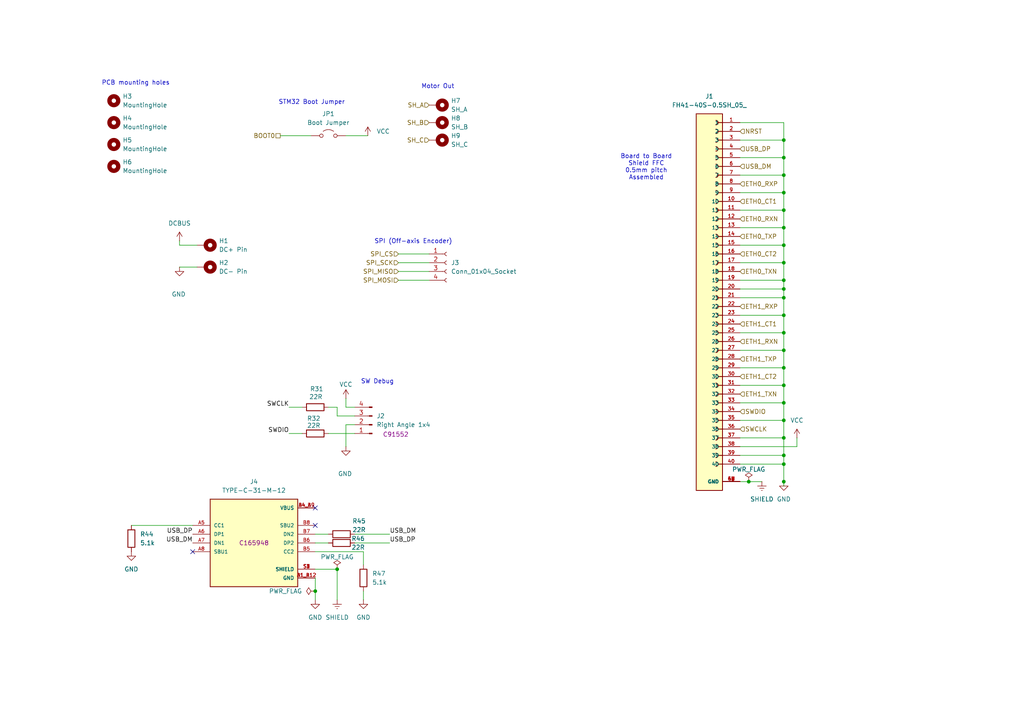
<source format=kicad_sch>
(kicad_sch (version 20231120) (generator "eeschema") (generator_version "8.0")
  (paper "A4")
  (lib_symbols
    (symbol "Connector:Conn_01x04_Pin" (pin_names (offset 1.016) hide)
      (property "Reference" "J" (at 0 5.08 0))
      (property "Value" "Conn_01x04_Pin" (at 0 -7.62 0))
      (symbol "Conn_01x04_Pin_1_1"
        (polyline (pts (xy 1.27 -5.08) (xy 0.8636 -5.08)) (stroke (width 0.1524)))
        (polyline (pts (xy 1.27 -2.54) (xy 0.8636 -2.54)) (stroke (width 0.1524)))
        (polyline (pts (xy 1.27 0) (xy 0.8636 0)) (stroke (width 0.1524)))
        (polyline (pts (xy 1.27 2.54) (xy 0.8636 2.54)) (stroke (width 0.1524)))
        (rectangle (start 0.8636 -4.953) (end 0 -5.207) (stroke (width 0.1524)) (fill (type outline)))
        (rectangle (start 0.8636 -2.413) (end 0 -2.667) (stroke (width 0.1524)) (fill (type outline)))
        (rectangle (start 0.8636 0.127) (end 0 -0.127) (stroke (width 0.1524)) (fill (type outline)))
        (rectangle (start 0.8636 2.667) (end 0 2.413) (stroke (width 0.1524)) (fill (type outline)))
        (pin passive line (at 5.08 2.54 180) (length 3.81) (name "Pin_1") (number "1"))
        (pin passive line (at 5.08 0 180) (length 3.81) (name "Pin_2") (number "2"))
        (pin passive line (at 5.08 -2.54 180) (length 3.81) (name "Pin_3") (number "3"))
        (pin passive line (at 5.08 -5.08 180) (length 3.81) (name "Pin_4") (number "4"))
      )
    )
    (symbol "Connector:Conn_01x04_Socket" (pin_names (offset 1.016) hide)
      (property "Reference" "J" (at 0 5.08 0))
      (property "Value" "Conn_01x04_Socket" (at 0 -7.62 0))
      (symbol "Conn_01x04_Socket_1_1"
        (arc (start 0 -4.572) (mid -0.5058 -5.08) (end 0 -5.588) (stroke (width 0.1524)))
        (arc (start 0 -2.032) (mid -0.5058 -2.54) (end 0 -3.048) (stroke (width 0.1524)))
        (polyline (pts (xy -1.27 -5.08) (xy -0.508 -5.08)) (stroke (width 0.1524)))
        (polyline (pts (xy -1.27 -2.54) (xy -0.508 -2.54)) (stroke (width 0.1524)))
        (polyline (pts (xy -1.27 0) (xy -0.508 0)) (stroke (width 0.1524)))
        (polyline (pts (xy -1.27 2.54) (xy -0.508 2.54)) (stroke (width 0.1524)))
        (arc (start 0 0.508) (mid -0.5058 0) (end 0 -0.508) (stroke (width 0.1524)))
        (arc (start 0 3.048) (mid -0.5058 2.54) (end 0 2.032) (stroke (width 0.1524)))
        (pin passive line (at -5.08 2.54 0) (length 3.81) (name "Pin_1") (number "1"))
        (pin passive line (at -5.08 0 0) (length 3.81) (name "Pin_2") (number "2"))
        (pin passive line (at -5.08 -2.54 0) (length 3.81) (name "Pin_3") (number "3"))
        (pin passive line (at -5.08 -5.08 0) (length 3.81) (name "Pin_4") (number "4"))
      )
    )
    (symbol "Device:R" (pin_numbers hide) (pin_names (offset 0))
      (property "Reference" "R" (at 2.032 0 90))
      (property "Value" "R" (at 0 0 90))
      (symbol "R_0_1"
        (rectangle (start -1.016 -2.54) (end 1.016 2.54) (stroke (width 0.254)))
      )
      (symbol "R_1_1"
        (pin passive line (at 0 3.81 270) (length 1.27) (name "~") (number "1"))
        (pin passive line (at 0 -3.81 90) (length 1.27) (name "~") (number "2"))
      )
    )
    (symbol "FH41-40S-0.5SH_05_:FH41-40S-0.5SH_05_" (pin_names (offset 1.016))
      (property "Reference" "J" (at -7.62 54.61 0))
      (property "Value" "FH41-40S-0.5SH_05_" (at -7.62 -58.42 0))
      (symbol "FH41-40S-0.5SH_05__0_0"
        (rectangle (start -7.62 -55.88) (end 0 53.34) (stroke (width 0.254)) (fill (type background)))
        (arc (start -1.905 -48.895) (mid -1.2727 -48.26) (end -1.905 -47.625) (stroke (width 0.254)))
        (arc (start -1.905 -46.355) (mid -1.2727 -45.72) (end -1.905 -45.085) (stroke (width 0.254)))
        (arc (start -1.905 -43.815) (mid -1.2727 -43.18) (end -1.905 -42.545) (stroke (width 0.254)))
        (arc (start -1.905 -41.275) (mid -1.2727 -40.64) (end -1.905 -40.005) (stroke (width 0.254)))
        (arc (start -1.905 -38.735) (mid -1.2727 -38.1) (end -1.905 -37.465) (stroke (width 0.254)))
        (arc (start -1.905 -36.195) (mid -1.2727 -35.56) (end -1.905 -34.925) (stroke (width 0.254)))
        (arc (start -1.905 -33.655) (mid -1.2727 -33.02) (end -1.905 -32.385) (stroke (width 0.254)))
        (arc (start -1.905 -31.115) (mid -1.2727 -30.48) (end -1.905 -29.845) (stroke (width 0.254)))
        (arc (start -1.905 -28.575) (mid -1.2727 -27.94) (end -1.905 -27.305) (stroke (width 0.254)))
        (arc (start -1.905 -26.035) (mid -1.2727 -25.4) (end -1.905 -24.765) (stroke (width 0.254)))
        (arc (start -1.905 -23.495) (mid -1.2727 -22.86) (end -1.905 -22.225) (stroke (width 0.254)))
        (arc (start -1.905 -20.955) (mid -1.2727 -20.32) (end -1.905 -19.685) (stroke (width 0.254)))
        (arc (start -1.905 -18.415) (mid -1.2727 -17.78) (end -1.905 -17.145) (stroke (width 0.254)))
        (arc (start -1.905 -15.875) (mid -1.2727 -15.24) (end -1.905 -14.605) (stroke (width 0.254)))
        (arc (start -1.905 -13.335) (mid -1.2727 -12.7) (end -1.905 -12.065) (stroke (width 0.254)))
        (arc (start -1.905 -10.795) (mid -1.2727 -10.16) (end -1.905 -9.525) (stroke (width 0.254)))
        (arc (start -1.905 -8.255) (mid -1.2727 -7.62) (end -1.905 -6.985) (stroke (width 0.254)))
        (arc (start -1.905 -5.715) (mid -1.2727 -5.08) (end -1.905 -4.445) (stroke (width 0.254)))
        (arc (start -1.905 -3.175) (mid -1.2727 -2.54) (end -1.905 -1.905) (stroke (width 0.254)))
        (arc (start -1.905 -0.635) (mid -1.2727 0) (end -1.905 0.635) (stroke (width 0.254)))
        (arc (start -1.905 1.905) (mid -1.2727 2.54) (end -1.905 3.175) (stroke (width 0.254)))
        (arc (start -1.905 4.445) (mid -1.2727 5.08) (end -1.905 5.715) (stroke (width 0.254)))
        (arc (start -1.905 6.985) (mid -1.2727 7.62) (end -1.905 8.255) (stroke (width 0.254)))
        (arc (start -1.905 9.525) (mid -1.2727 10.16) (end -1.905 10.795) (stroke (width 0.254)))
        (arc (start -1.905 12.065) (mid -1.2727 12.7) (end -1.905 13.335) (stroke (width 0.254)))
        (arc (start -1.905 14.605) (mid -1.2727 15.24) (end -1.905 15.875) (stroke (width 0.254)))
        (arc (start -1.905 17.145) (mid -1.2727 17.78) (end -1.905 18.415) (stroke (width 0.254)))
        (arc (start -1.905 19.685) (mid -1.2727 20.32) (end -1.905 20.955) (stroke (width 0.254)))
        (arc (start -1.905 22.225) (mid -1.2727 22.86) (end -1.905 23.495) (stroke (width 0.254)))
        (arc (start -1.905 24.765) (mid -1.2727 25.4) (end -1.905 26.035) (stroke (width 0.254)))
        (arc (start -1.905 27.305) (mid -1.2727 27.94) (end -1.905 28.575) (stroke (width 0.254)))
        (arc (start -1.905 29.845) (mid -1.2727 30.48) (end -1.905 31.115) (stroke (width 0.254)))
        (arc (start -1.905 32.385) (mid -1.2727 33.02) (end -1.905 33.655) (stroke (width 0.254)))
        (arc (start -1.905 34.925) (mid -1.2727 35.56) (end -1.905 36.195) (stroke (width 0.254)))
        (arc (start -1.905 37.465) (mid -1.2727 38.1) (end -1.905 38.735) (stroke (width 0.254)))
        (arc (start -1.905 40.005) (mid -1.2727 40.64) (end -1.905 41.275) (stroke (width 0.254)))
        (arc (start -1.905 42.545) (mid -1.2727 43.18) (end -1.905 43.815) (stroke (width 0.254)))
        (arc (start -1.905 45.085) (mid -1.2727 45.72) (end -1.905 46.355) (stroke (width 0.254)))
        (arc (start -1.905 47.625) (mid -1.2727 48.26) (end -1.905 48.895) (stroke (width 0.254)))
        (arc (start -1.905 50.165) (mid -1.2727 50.8) (end -1.905 51.435) (stroke (width 0.254)))
        (polyline (pts (xy 0 -48.26) (xy -1.27 -48.26)) (stroke (width 0.254)))
        (polyline (pts (xy 0 -45.72) (xy -1.27 -45.72)) (stroke (width 0.254)))
        (polyline (pts (xy 0 -43.18) (xy -1.27 -43.18)) (stroke (width 0.254)))
        (polyline (pts (xy 0 -40.64) (xy -1.27 -40.64)) (stroke (width 0.254)))
        (polyline (pts (xy 0 -38.1) (xy -1.27 -38.1)) (stroke (width 0.254)))
        (polyline (pts (xy 0 -35.56) (xy -1.27 -35.56)) (stroke (width 0.254)))
        (polyline (pts (xy 0 -33.02) (xy -1.27 -33.02)) (stroke (width 0.254)))
        (polyline (pts (xy 0 -30.48) (xy -1.27 -30.48)) (stroke (width 0.254)))
        (polyline (pts (xy 0 -27.94) (xy -1.27 -27.94)) (stroke (width 0.254)))
        (polyline (pts (xy 0 -25.4) (xy -1.27 -25.4)) (stroke (width 0.254)))
        (polyline (pts (xy 0 -22.86) (xy -1.27 -22.86)) (stroke (width 0.254)))
        (polyline (pts (xy 0 -20.32) (xy -1.27 -20.32)) (stroke (width 0.254)))
        (polyline (pts (xy 0 -17.78) (xy -1.27 -17.78)) (stroke (width 0.254)))
        (polyline (pts (xy 0 -15.24) (xy -1.27 -15.24)) (stroke (width 0.254)))
        (polyline (pts (xy 0 -12.7) (xy -1.27 -12.7)) (stroke (width 0.254)))
        (polyline (pts (xy 0 -10.16) (xy -1.27 -10.16)) (stroke (width 0.254)))
        (polyline (pts (xy 0 -7.62) (xy -1.27 -7.62)) (stroke (width 0.254)))
        (polyline (pts (xy 0 -5.08) (xy -1.27 -5.08)) (stroke (width 0.254)))
        (polyline (pts (xy 0 -2.54) (xy -1.27 -2.54)) (stroke (width 0.254)))
        (polyline (pts (xy 0 0) (xy -1.27 0)) (stroke (width 0.254)))
        (polyline (pts (xy 0 2.54) (xy -1.27 2.54)) (stroke (width 0.254)))
        (polyline (pts (xy 0 5.08) (xy -1.27 5.08)) (stroke (width 0.254)))
        (polyline (pts (xy 0 7.62) (xy -1.27 7.62)) (stroke (width 0.254)))
        (polyline (pts (xy 0 10.16) (xy -1.27 10.16)) (stroke (width 0.254)))
        (polyline (pts (xy 0 12.7) (xy -1.27 12.7)) (stroke (width 0.254)))
        (polyline (pts (xy 0 15.24) (xy -1.27 15.24)) (stroke (width 0.254)))
        (polyline (pts (xy 0 17.78) (xy -1.27 17.78)) (stroke (width 0.254)))
        (polyline (pts (xy 0 20.32) (xy -1.27 20.32)) (stroke (width 0.254)))
        (polyline (pts (xy 0 22.86) (xy -1.27 22.86)) (stroke (width 0.254)))
        (polyline (pts (xy 0 25.4) (xy -1.27 25.4)) (stroke (width 0.254)))
        (polyline (pts (xy 0 27.94) (xy -1.27 27.94)) (stroke (width 0.254)))
        (polyline (pts (xy 0 30.48) (xy -1.27 30.48)) (stroke (width 0.254)))
        (polyline (pts (xy 0 33.02) (xy -1.27 33.02)) (stroke (width 0.254)))
        (polyline (pts (xy 0 35.56) (xy -1.27 35.56)) (stroke (width 0.254)))
        (polyline (pts (xy 0 38.1) (xy -1.27 38.1)) (stroke (width 0.254)))
        (polyline (pts (xy 0 40.64) (xy -1.27 40.64)) (stroke (width 0.254)))
        (polyline (pts (xy 0 43.18) (xy -1.27 43.18)) (stroke (width 0.254)))
        (polyline (pts (xy 0 45.72) (xy -1.27 45.72)) (stroke (width 0.254)))
        (polyline (pts (xy 0 48.26) (xy -1.27 48.26)) (stroke (width 0.254)))
        (polyline (pts (xy 0 50.8) (xy -1.27 50.8)) (stroke (width 0.254)))
        (pin passive line (at 5.08 50.8 180) (length 5.08) (name "1") (number "1"))
        (pin passive line (at 5.08 27.94 180) (length 5.08) (name "10") (number "10"))
        (pin passive line (at 5.08 25.4 180) (length 5.08) (name "11") (number "11"))
        (pin passive line (at 5.08 22.86 180) (length 5.08) (name "12") (number "12"))
        (pin passive line (at 5.08 20.32 180) (length 5.08) (name "13") (number "13"))
        (pin passive line (at 5.08 17.78 180) (length 5.08) (name "14") (number "14"))
        (pin passive line (at 5.08 15.24 180) (length 5.08) (name "15") (number "15"))
        (pin passive line (at 5.08 12.7 180) (length 5.08) (name "16") (number "16"))
        (pin passive line (at 5.08 10.16 180) (length 5.08) (name "17") (number "17"))
        (pin passive line (at 5.08 7.62 180) (length 5.08) (name "18") (number "18"))
        (pin passive line (at 5.08 5.08 180) (length 5.08) (name "19") (number "19"))
        (pin passive line (at 5.08 48.26 180) (length 5.08) (name "2") (number "2"))
        (pin passive line (at 5.08 2.54 180) (length 5.08) (name "20") (number "20"))
        (pin passive line (at 5.08 0 180) (length 5.08) (name "21") (number "21"))
        (pin passive line (at 5.08 -2.54 180) (length 5.08) (name "22") (number "22"))
        (pin passive line (at 5.08 -5.08 180) (length 5.08) (name "23") (number "23"))
        (pin passive line (at 5.08 -7.62 180) (length 5.08) (name "24") (number "24"))
        (pin passive line (at 5.08 -10.16 180) (length 5.08) (name "25") (number "25"))
        (pin passive line (at 5.08 -12.7 180) (length 5.08) (name "26") (number "26"))
        (pin passive line (at 5.08 -15.24 180) (length 5.08) (name "27") (number "27"))
        (pin passive line (at 5.08 -17.78 180) (length 5.08) (name "28") (number "28"))
        (pin passive line (at 5.08 -20.32 180) (length 5.08) (name "29") (number "29"))
        (pin passive line (at 5.08 45.72 180) (length 5.08) (name "3") (number "3"))
        (pin passive line (at 5.08 -22.86 180) (length 5.08) (name "30") (number "30"))
        (pin passive line (at 5.08 -25.4 180) (length 5.08) (name "31") (number "31"))
        (pin passive line (at 5.08 -27.94 180) (length 5.08) (name "32") (number "32"))
        (pin passive line (at 5.08 -30.48 180) (length 5.08) (name "33") (number "33"))
        (pin passive line (at 5.08 -33.02 180) (length 5.08) (name "34") (number "34"))
        (pin passive line (at 5.08 -35.56 180) (length 5.08) (name "35") (number "35"))
        (pin passive line (at 5.08 -38.1 180) (length 5.08) (name "36") (number "36"))
        (pin passive line (at 5.08 -40.64 180) (length 5.08) (name "37") (number "37"))
        (pin passive line (at 5.08 -43.18 180) (length 5.08) (name "38") (number "38"))
        (pin passive line (at 5.08 -45.72 180) (length 5.08) (name "39") (number "39"))
        (pin passive line (at 5.08 43.18 180) (length 5.08) (name "4") (number "4"))
        (pin passive line (at 5.08 -48.26 180) (length 5.08) (name "40") (number "40"))
        (pin power_in line (at 5.08 -53.34 180) (length 5.08) (name "GND") (number "41"))
        (pin power_in line (at 5.08 -53.34 180) (length 5.08) (name "GND") (number "42"))
        (pin power_in line (at 5.08 -53.34 180) (length 5.08) (name "GND") (number "43"))
        (pin power_in line (at 5.08 -53.34 180) (length 5.08) (name "GND") (number "44"))
        (pin power_in line (at 5.08 -53.34 180) (length 5.08) (name "GND") (number "45"))
        (pin power_in line (at 5.08 -53.34 180) (length 5.08) (name "GND") (number "46"))
        (pin power_in line (at 5.08 -53.34 180) (length 5.08) (name "GND") (number "47"))
        (pin power_in line (at 5.08 -53.34 180) (length 5.08) (name "GND") (number "48"))
        (pin power_in line (at 5.08 -53.34 180) (length 5.08) (name "GND") (number "49"))
        (pin passive line (at 5.08 40.64 180) (length 5.08) (name "5") (number "5"))
        (pin power_in line (at 5.08 -53.34 180) (length 5.08) (name "GND") (number "50"))
        (pin passive line (at 5.08 38.1 180) (length 5.08) (name "6") (number "6"))
        (pin passive line (at 5.08 35.56 180) (length 5.08) (name "7") (number "7"))
        (pin passive line (at 5.08 33.02 180) (length 5.08) (name "8") (number "8"))
        (pin passive line (at 5.08 30.48 180) (length 5.08) (name "9") (number "9"))
      )
    )
    (symbol "Jumper:Jumper_2_Open" (pin_numbers hide) (pin_names (offset 0) hide) (exclude_from_sim yes)
      (property "Reference" "JP" (at 0 2.794 0))
      (property "Value" "Jumper_2_Open" (at 0 -2.286 0))
      (symbol "Jumper_2_Open_0_0"
        (circle (center -2.032 0) (radius 0.508))
        (circle (center 2.032 0) (radius 0.508))
      )
      (symbol "Jumper_2_Open_0_1"
        (arc (start 1.524 1.27) (mid 0 1.778) (end -1.524 1.27))
      )
      (symbol "Jumper_2_Open_1_1"
        (pin passive line (at -5.08 0 0) (length 2.54) (name "A") (number "1"))
        (pin passive line (at 5.08 0 180) (length 2.54) (name "B") (number "2"))
      )
    )
    (symbol "Mechanical:MountingHole" (pin_names (offset 1.016)) (exclude_from_sim yes) (in_bom no)
      (property "Reference" "H" (at 0 5.08 0))
      (property "Value" "MountingHole" (at 0 3.175 0))
      (symbol "MountingHole_0_1"
        (circle (center 0 0) (radius 1.27) (stroke (width 1.27)))
      )
    )
    (symbol "Mechanical:MountingHole_Pad" (pin_numbers hide) (pin_names (offset 1.016) hide) (exclude_from_sim yes) (in_bom no)
      (property "Reference" "H" (at 0 6.35 0))
      (property "Value" "MountingHole_Pad" (at 0 4.445 0))
      (symbol "MountingHole_Pad_0_1"
        (circle (center 0 1.27) (radius 1.27) (stroke (width 1.27)))
      )
      (symbol "MountingHole_Pad_1_1"
        (pin input line (at 0 -2.54 90) (length 2.54) (name "1") (number "1"))
      )
    )
    (symbol "TYPE-C-31-M-12:TYPE-C-31-M-12" (pin_names (offset 1.016))
      (property "Reference" "J" (at -12.7 13.462 0))
      (property "Value" "TYPE-C-31-M-12" (at -12.7 -13.462 0))
      (symbol "TYPE-C-31-M-12_0_0"
        (rectangle (start -12.7 -12.7) (end 12.7 12.7) (stroke (width 0.254)) (fill (type background)))
        (pin power_in line (at 17.78 -10.16 180) (length 5.08) (name "GND") (number "A1_B12"))
        (pin power_in line (at 17.78 10.16 180) (length 5.08) (name "VBUS") (number "A4_B9"))
        (pin bidirectional line (at -17.78 5.08 0) (length 5.08) (name "CC1") (number "A5"))
        (pin bidirectional line (at -17.78 2.54 0) (length 5.08) (name "DP1") (number "A6"))
        (pin bidirectional line (at -17.78 0 0) (length 5.08) (name "DN1") (number "A7"))
        (pin bidirectional line (at -17.78 -2.54 0) (length 5.08) (name "SBU1") (number "A8"))
        (pin power_in line (at 17.78 -10.16 180) (length 5.08) (name "GND") (number "B1_A12"))
        (pin power_in line (at 17.78 10.16 180) (length 5.08) (name "VBUS") (number "B4_A9"))
        (pin bidirectional line (at 17.78 -2.54 180) (length 5.08) (name "CC2") (number "B5"))
        (pin bidirectional line (at 17.78 0 180) (length 5.08) (name "DP2") (number "B6"))
        (pin bidirectional line (at 17.78 2.54 180) (length 5.08) (name "DN2") (number "B7"))
        (pin bidirectional line (at 17.78 5.08 180) (length 5.08) (name "SBU2") (number "B8"))
        (pin passive line (at 17.78 -7.62 180) (length 5.08) (name "SHIELD") (number "S1"))
        (pin passive line (at 17.78 -7.62 180) (length 5.08) (name "SHIELD") (number "S2"))
        (pin passive line (at 17.78 -7.62 180) (length 5.08) (name "SHIELD") (number "S3"))
        (pin passive line (at 17.78 -7.62 180) (length 5.08) (name "SHIELD") (number "S4"))
      )
    )
    (symbol "power:+3.3V" (power) (pin_numbers hide) (pin_names (offset 0) hide)
      (property "Value" "+3.3V" (at 0 3.556 0))
      (symbol "+3.3V_0_1"
        (polyline (pts (xy -0.762 1.27) (xy 0 2.54)))
        (polyline (pts (xy 0 0) (xy 0 2.54)))
        (polyline (pts (xy 0 2.54) (xy 0.762 1.27)))
      )
      (symbol "+3.3V_1_1"
        (pin power_in line (at 0 0 90) (length 0) (name "~") (number "1"))
      )
    )
    (symbol "power:Earth" (power) (pin_numbers hide) (pin_names (offset 0) hide)
      (property "Value" "Earth" (at 0 -3.81 0))
      (symbol "Earth_0_1"
        (polyline (pts (xy -0.635 -1.905) (xy 0.635 -1.905)))
        (polyline (pts (xy -0.127 -2.54) (xy 0.127 -2.54)))
        (polyline (pts (xy 0 -1.27) (xy 0 0)))
        (polyline (pts (xy 1.27 -1.27) (xy -1.27 -1.27)))
      )
      (symbol "Earth_1_1"
        (pin power_in line (at 0 0 270) (length 0) (name "~") (number "1"))
      )
    )
    (symbol "power:GND" (power) (pin_numbers hide) (pin_names (offset 0) hide)
      (property "Value" "GND" (at 0 -3.81 0))
      (symbol "GND_0_1"
        (polyline (pts (xy 0 0) (xy 0 -1.27) (xy 1.27 -1.27) (xy 0 -2.54) (xy -1.27 -1.27) (xy 0 -1.27)))
      )
      (symbol "GND_1_1"
        (pin power_in line (at 0 0 270) (length 0) (name "~") (number "1"))
      )
    )
    (symbol "power:PWR_FLAG" (power) (pin_numbers hide) (pin_names (offset 0) hide)
      (property "Value" "PWR_FLAG" (at 0 3.81 0))
      (symbol "PWR_FLAG_0_0"
        (pin power_out line (at 0 0 90) (length 0) (name "~") (number "1"))
      )
      (symbol "PWR_FLAG_0_1"
        (polyline (pts (xy 0 0) (xy 0 1.27) (xy -1.016 1.905) (xy 0 2.54) (xy 1.016 1.905) (xy 0 1.27)))
      )
    )
    (symbol "power:VCC" (power) (pin_numbers hide) (pin_names (offset 0) hide)
      (property "Value" "VCC" (at 0 3.556 0))
      (symbol "VCC_0_1"
        (polyline (pts (xy -0.762 1.27) (xy 0 2.54)))
        (polyline (pts (xy 0 0) (xy 0 2.54)))
        (polyline (pts (xy 0 2.54) (xy 0.762 1.27)))
      )
      (symbol "VCC_1_1"
        (pin power_in line (at 0 0 90) (length 0) (name "~") (number "1"))
      )
    )
    (symbol "power:VDD" (power) (pin_numbers hide) (pin_names (offset 0) hide)
      (property "Value" "VDD" (at 0 3.556 0))
      (symbol "VDD_0_1"
        (polyline (pts (xy -0.762 1.27) (xy 0 2.54)))
        (polyline (pts (xy 0 0) (xy 0 2.54)))
        (polyline (pts (xy 0 2.54) (xy 0.762 1.27)))
      )
      (symbol "VDD_1_1"
        (pin power_in line (at 0 0 90) (length 0) (name "~") (number "1"))
      )
    )
  )
  (junction (at 227.33 139.7))
  (junction (at 227.33 81.28))
  (junction (at 227.33 86.36))
  (junction (at 227.33 96.52))
  (junction (at 227.33 101.6))
  (junction (at 227.33 132.08))
  (junction (at 227.33 134.62))
  (junction (at 217.17 139.7))
  (junction (at 227.33 121.92))
  (junction (at 227.33 60.96))
  (junction (at 227.33 50.8))
  (junction (at 227.33 91.44))
  (junction (at 227.33 71.12))
  (junction (at 227.33 127))
  (junction (at 91.44 171.45))
  (junction (at 227.33 106.68))
  (junction (at 227.33 66.04))
  (junction (at 227.33 111.76))
  (junction (at 227.33 83.82))
  (junction (at 227.33 76.2))
  (junction (at 97.79 165.1))
  (junction (at 227.33 45.72))
  (junction (at 227.33 40.64))
  (junction (at 227.33 55.88))
  (junction (at 227.33 116.84))
  (no_connect (at 55.88 160.02))
  (no_connect (at 91.44 147.32))
  (no_connect (at 91.44 152.4))
  (wire (pts (xy 214.63 60.96) (xy 227.33 60.96)))
  (wire (pts (xy 115.57 76.2) (xy 124.46 76.2)))
  (wire (pts (xy 227.33 45.72) (xy 227.33 50.8)))
  (wire (pts (xy 227.33 139.7) (xy 227.33 134.62)))
  (wire (pts (xy 91.44 160.02) (xy 105.41 160.02)))
  (wire (pts (xy 227.33 121.92) (xy 227.33 127)))
  (wire (pts (xy 214.63 116.84) (xy 227.33 116.84)))
  (wire (pts (xy 83.82 118.11) (xy 87.63 118.11)))
  (wire (pts (xy 231.14 127) (xy 231.14 129.54)))
  (wire (pts (xy 115.57 73.66) (xy 124.46 73.66)))
  (wire (pts (xy 214.63 81.28) (xy 227.33 81.28)))
  (wire (pts (xy 227.33 116.84) (xy 227.33 121.92)))
  (wire (pts (xy 217.17 139.7) (xy 220.98 139.7)))
  (wire (pts (xy 105.41 160.02) (xy 105.41 163.83)))
  (wire (pts (xy 52.07 77.47) (xy 57.15 77.47)))
  (wire (pts (xy 214.63 139.7) (xy 217.17 139.7)))
  (wire (pts (xy 214.63 45.72) (xy 227.33 45.72)))
  (wire (pts (xy 214.63 96.52) (xy 227.33 96.52)))
  (wire (pts (xy 102.87 154.94) (xy 113.03 154.94)))
  (wire (pts (xy 214.63 111.76) (xy 227.33 111.76)))
  (wire (pts (xy 227.33 127) (xy 227.33 132.08)))
  (wire (pts (xy 214.63 132.08) (xy 227.33 132.08)))
  (wire (pts (xy 95.25 125.73) (xy 102.87 125.73)))
  (wire (pts (xy 227.33 45.72) (xy 227.33 40.64)))
  (wire (pts (xy 214.63 40.64) (xy 227.33 40.64)))
  (wire (pts (xy 227.33 60.96) (xy 227.33 55.88)))
  (wire (pts (xy 227.33 86.36) (xy 227.33 91.44)))
  (wire (pts (xy 100.33 118.11) (xy 102.87 118.11)))
  (wire (pts (xy 214.63 134.62) (xy 227.33 134.62)))
  (wire (pts (xy 227.33 111.76) (xy 227.33 116.84)))
  (wire (pts (xy 100.33 115.57) (xy 100.33 118.11)))
  (wire (pts (xy 227.33 35.56) (xy 227.33 40.64)))
  (wire (pts (xy 102.87 123.19) (xy 100.33 123.19)))
  (wire (pts (xy 227.33 81.28) (xy 227.33 76.2)))
  (wire (pts (xy 227.33 35.56) (xy 214.63 35.56)))
  (wire (pts (xy 100.33 123.19) (xy 100.33 129.54)))
  (wire (pts (xy 115.57 81.28) (xy 124.46 81.28)))
  (wire (pts (xy 97.79 120.65) (xy 97.79 118.11)))
  (wire (pts (xy 214.63 50.8) (xy 227.33 50.8)))
  (wire (pts (xy 214.63 129.54) (xy 231.14 129.54)))
  (wire (pts (xy 214.63 55.88) (xy 227.33 55.88)))
  (wire (pts (xy 83.82 125.73) (xy 87.63 125.73)))
  (wire (pts (xy 227.33 55.88) (xy 227.33 50.8)))
  (wire (pts (xy 227.33 71.12) (xy 227.33 66.04)))
  (wire (pts (xy 227.33 101.6) (xy 227.33 106.68)))
  (wire (pts (xy 214.63 86.36) (xy 227.33 86.36)))
  (wire (pts (xy 227.33 132.08) (xy 227.33 134.62)))
  (wire (pts (xy 214.63 127) (xy 227.33 127)))
  (wire (pts (xy 227.33 81.28) (xy 227.33 83.82)))
  (wire (pts (xy 106.68 39.37) (xy 100.33 39.37)))
  (wire (pts (xy 91.44 167.64) (xy 91.44 171.45)))
  (wire (pts (xy 102.87 157.48) (xy 113.03 157.48)))
  (wire (pts (xy 91.44 165.1) (xy 97.79 165.1)))
  (wire (pts (xy 102.87 120.65) (xy 97.79 120.65)))
  (wire (pts (xy 115.57 78.74) (xy 124.46 78.74)))
  (wire (pts (xy 214.63 66.04) (xy 227.33 66.04)))
  (wire (pts (xy 214.63 101.6) (xy 227.33 101.6)))
  (wire (pts (xy 227.33 71.12) (xy 227.33 76.2)))
  (wire (pts (xy 52.07 69.85) (xy 52.07 71.12)))
  (wire (pts (xy 52.07 71.12) (xy 57.15 71.12)))
  (wire (pts (xy 227.33 83.82) (xy 227.33 86.36)))
  (wire (pts (xy 227.33 140.97) (xy 227.33 139.7)))
  (wire (pts (xy 227.33 106.68) (xy 227.33 111.76)))
  (wire (pts (xy 95.25 157.48) (xy 91.44 157.48)))
  (wire (pts (xy 214.63 71.12) (xy 227.33 71.12)))
  (wire (pts (xy 97.79 165.1) (xy 97.79 173.99)))
  (wire (pts (xy 214.63 106.68) (xy 227.33 106.68)))
  (wire (pts (xy 95.25 118.11) (xy 97.79 118.11)))
  (wire (pts (xy 214.63 121.92) (xy 227.33 121.92)))
  (wire (pts (xy 214.63 91.44) (xy 227.33 91.44)))
  (wire (pts (xy 105.41 173.99) (xy 105.41 171.45)))
  (wire (pts (xy 91.44 173.99) (xy 91.44 171.45)))
  (wire (pts (xy 214.63 76.2) (xy 227.33 76.2)))
  (wire (pts (xy 81.28 39.37) (xy 90.17 39.37)))
  (wire (pts (xy 227.33 91.44) (xy 227.33 96.52)))
  (wire (pts (xy 95.25 154.94) (xy 91.44 154.94)))
  (wire (pts (xy 214.63 83.82) (xy 227.33 83.82)))
  (wire (pts (xy 38.1 152.4) (xy 55.88 152.4)))
  (wire (pts (xy 227.33 96.52) (xy 227.33 101.6)))
  (wire (pts (xy 227.33 66.04) (xy 227.33 60.96)))
  (text "STM32 Boot Jumper" (at 90.424 29.718 0) (effects (font (size 1.27 1.27))))
  (text "SPI (Off-axis Encoder)" (at 119.888 70.104 0) (effects (font (size 1.27 1.27))))
  (text "Motor Out" (at 127 25.146 0) (effects (font (size 1.27 1.27))))
  (text "SW Debug" (at 109.474 110.744 0) (effects (font (size 1.27 1.27))))
  (text "Board to Board\nShield FFC\n0.5mm pitch\nAssembled" (at 187.452 48.514 0) (effects (font (size 1.27 1.27))))
  (text "PCB mounting holes" (at 39.37 24.13 0) (effects (font (size 1.27 1.27))))
  (label "SWCLK" (at 83.82 118.11 180))
  (label "USB_DP" (at 113.03 157.48 0))
  (label "USB_DM" (at 55.88 157.48 180))
  (label "SWDIO" (at 83.82 125.73 180))
  (label "USB_DM" (at 113.03 154.94 0))
  (label "USB_DP" (at 55.88 154.94 180))
  (hierarchical_label "ETH1_RXN" (shape input) (at 214.63 99.06 0))
  (hierarchical_label "SH_C" (shape input) (at 124.46 40.64 180))
  (hierarchical_label "ETH0_RXN" (shape input) (at 214.63 63.5 0))
  (hierarchical_label "SH_A" (shape input) (at 124.46 30.48 180))
  (hierarchical_label "BOOT0" (shape passive) (at 81.28 39.37 180))
  (hierarchical_label "ETH0_TXN" (shape input) (at 214.63 78.74 0))
  (hierarchical_label "ETH0_CT1" (shape input) (at 214.63 58.42 0))
  (hierarchical_label "ETH0_CT2" (shape input) (at 214.63 73.66 0))
  (hierarchical_label "ETH0_RXP" (shape input) (at 214.63 53.34 0))
  (hierarchical_label "SH_B" (shape input) (at 124.46 35.56 180))
  (hierarchical_label "SWDIO" (shape input) (at 214.63 119.38 0))
  (hierarchical_label "ETH1_TXN" (shape input) (at 214.63 114.3 0))
  (hierarchical_label "ETH1_TXP" (shape input) (at 214.63 104.14 0))
  (hierarchical_label "SPI_MOSI" (shape input) (at 115.57 81.28 180))
  (hierarchical_label "ETH0_TXP" (shape input) (at 214.63 68.58 0))
  (hierarchical_label "NRST" (shape input) (at 214.63 38.1 0))
  (hierarchical_label "SPI_MISO" (shape input) (at 115.57 78.74 180))
  (hierarchical_label "USB_DM" (shape input) (at 214.63 48.26 0))
  (hierarchical_label "USB_DP" (shape input) (at 214.63 43.18 0))
  (hierarchical_label "SPI_SCK" (shape input) (at 115.57 76.2 180))
  (hierarchical_label "SPI_CS" (shape input) (at 115.57 73.66 180))
  (hierarchical_label "ETH1_RXP" (shape input) (at 214.63 88.9 0))
  (hierarchical_label "SWCLK" (shape input) (at 214.63 124.46 0))
  (hierarchical_label "ETH1_CT2" (shape input) (at 214.63 109.22 0))
  (hierarchical_label "ETH1_CT1" (shape input) (at 214.63 93.98 0))
  (symbol (lib_id "power:GND") (at 38.1 160.02 0) (unit 1)
    (property "Reference" "#PWR0114" (effects (hide yes)))
    (property "Value" "GND" (at 38.1 165.1 0))
    (property "Description" "Power symbol creates a global label with name \"GND\" , ground" (effects (hide yes)))
  )
  (symbol (lib_id "power:GND") (at 227.33 139.7 0) (unit 1)
    (property "Reference" "#PWR057" (effects (hide yes)))
    (property "Value" "GND" (at 227.33 144.78 0))
    (property "Description" "Power symbol creates a global label with name \"GND\" , ground" (effects (hide yes)))
  )
  (symbol (lib_id "power:GND") (at 91.44 173.99 0) (unit 1)
    (property "Reference" "#PWR0115" (effects (hide yes)))
    (property "Value" "GND" (at 91.44 179.07 0))
    (property "Description" "Power symbol creates a global label with name \"GND\" , ground" (effects (hide yes)))
  )
  (symbol (lib_id "Mechanical:MountingHole_Pad") (at 127 30.48 270) (unit 1) (exclude_from_sim yes) (in_bom no)
    (property "Reference" "H7" (at 130.81 29.2099 90) (effects (justify left)))
    (property "Value" "SH_A" (at 130.81 31.7499 90) (effects (justify left)))
    (property "Description" "Mounting Hole with connection" (effects (hide yes)))
  )
  (symbol (lib_id "TYPE-C-31-M-12:TYPE-C-31-M-12") (at 73.66 157.48 0) (unit 1)
    (property "Reference" "J4" (at 73.66 139.7 0))
    (property "Value" "TYPE-C-31-M-12" (at 73.66 142.24 0))
    (property "Footprint" "TYPE-C-31-M-12:HRO_TYPE-C-31-M-12" (effects (hide yes)))
    (property "MF" "HRO Electronics Co., Ltd." (effects (hide yes)))
    (property "MAXIMUM_PACKAGE_HEIGHT" "3.26 mm" (effects (hide yes)))
    (property "Package" "Package" (effects (hide yes)))
    (property "Price" "None" (effects (hide yes)))
    (property "Check_prices" "https://www.snapeda.com/parts/TYPE-C-31-M-12/HRO+Electronics+Co.%252C+Ltd./view-part/?ref=eda" (effects (hide yes)))
    (property "STANDARD" "Manufacturer Recommendations" (effects (hide yes)))
    (property "PARTREV" "2020.12.08" (effects (hide yes)))
    (property "SnapEDA_Link" "https://www.snapeda.com/parts/TYPE-C-31-M-12/HRO+Electronics+Co.%252C+Ltd./view-part/?ref=snap" (effects (hide yes)))
    (property "MP" "TYPE-C-31-M-12" (effects (hide yes)))
    (property "Description_1" "\nUSB Connectors 24 Receptacle 1 8.94*7.3mm RoHS\n" (effects (hide yes)))
    (property "SNAPEDA_PN" "TYPE-C-31-M-12" (effects (hide yes)))
    (property "Availability" "Not in stock" (effects (hide yes)))
    (property "MANUFACTURER" "HRO Electronics Co., Ltd." (effects (hide yes)))
    (property "LCSC Part #" "C165948" (at 73.66 157.48 0))
  )
  (symbol (lib_id "Device:R") (at 99.06 154.94 90) (unit 1)
    (property "Reference" "R45" (at 104.14 151.13 90))
    (property "Value" "22R" (at 104.14 153.67 90))
    (property "Footprint" "Resistor_SMD:R_0402_1005Metric" (effects (hide yes)))
    (property "Description" "Resistor" (effects (hide yes)))
  )
  (symbol (lib_id "Device:R") (at 38.1 156.21 0) (unit 1)
    (property "Reference" "R44" (at 40.64 154.9399 0) (effects (justify left)))
    (property "Value" "5.1k" (at 40.64 157.4799 0) (effects (justify left)))
    (property "Footprint" "Resistor_SMD:R_0603_1608Metric" (effects (hide yes)))
    (property "Description" "Resistor" (effects (hide yes)))
  )
  (symbol (lib_id "power:PWR_FLAG") (at 91.44 171.45 90) (unit 1)
    (property "Reference" "#FLG013" (effects (hide yes)))
    (property "Value" "PWR_FLAG" (at 87.63 171.4499 90) (effects (justify left)))
    (property "Description" "Special symbol for telling ERC where power comes from" (effects (hide yes)))
  )
  (symbol (lib_id "Mechanical:MountingHole_Pad") (at 59.69 77.47 270) (unit 1) (exclude_from_sim yes) (in_bom no)
    (property "Reference" "H2" (at 63.5 76.1999 90) (effects (justify left)))
    (property "Value" "DC- Pin" (at 63.5 78.7399 90) (effects (justify left)))
    (property "Description" "Mounting Hole with connection" (effects (hide yes)))
  )
  (symbol (lib_id "FH41-40S-0.5SH_05_:FH41-40S-0.5SH_05_") (at 209.55 86.36 0) (unit 1)
    (property "Reference" "J1" (at 205.74 27.94 0))
    (property "Value" "FH41-40S-0.5SH_05_" (at 205.74 30.48 0))
    (property "Footprint" "FH41-40S-0.5SH_05_:HRS_FH41-40S-0.5SH_05_" (effects (hide yes)))
    (property "MF" "Hirose Electric" (effects (hide yes)))
    (property "MAXIMUM_PACKAGE_HEIGHT" "4.74 mm" (effects (hide yes)))
    (property "Package" "None" (effects (hide yes)))
    (property "Price" "None" (effects (hide yes)))
    (property "Check_prices" "https://www.snapeda.com/parts/FH41-40S-0.5SH(05)/Hirose+Electric+Co+Ltd/view-part/?ref=eda" (effects (hide yes)))
    (property "STANDARD" "Manufacturer Recommendations" (effects (hide yes)))
    (property "PARTREV" "18.03.19" (effects (hide yes)))
    (property "SnapEDA_Link" "https://www.snapeda.com/parts/FH41-40S-0.5SH(05)/Hirose+Electric+Co+Ltd/view-part/?ref=snap" (effects (hide yes)))
    (property "MP" "FH41-40S-0.5SH(05)" (effects (hide yes)))
    (property "Description_1" "\n40 Position FFC Connector Contacts, Bottom 0.020 (0.50mm) Surface Mount, Right Angle\n" (effects (hide yes)))
    (property "Availability" "In Stock" (effects (hide yes)))
    (property "MANUFACTURER" "Hirose" (effects (hide yes)))
    (property "LCSC Part #" "C596805" (effects (hide yes)))
  )
  (symbol (lib_id "power:Earth") (at 220.98 139.7 0) (unit 1)
    (property "Reference" "#PWR056" (effects (hide yes)))
    (property "Value" "SHIELD" (at 220.98 144.78 0))
    (property "Description" "Power symbol creates a global label with name \"Earth\"" (effects (hide yes)))
  )
  (symbol (lib_id "power:PWR_FLAG") (at 217.17 139.7 0) (unit 1)
    (property "Reference" "#FLG010" (effects (hide yes)))
    (property "Value" "PWR_FLAG" (at 217.17 136.144 0))
    (property "Description" "Special symbol for telling ERC where power comes from" (effects (hide yes)))
  )
  (symbol (lib_id "Device:R") (at 91.44 118.11 270) (unit 1)
    (property "Reference" "R31" (at 89.916 113.538 90) (effects (justify left bottom)))
    (property "Value" "22R" (at 89.662 115.824 90) (effects (justify left bottom)))
    (property "Footprint" "Resistor_SMD:R_0603_1608Metric" (effects (hide yes)))
    (property "Description" "RES SMD 22 OHM 1% 1/10W 0603" (effects (hide yes)))
    (property "SUPPLIER 1" "Digi-Key" (effects (hide yes)))
    (property "SUPPLIER PART NUMBER 1" "311-22.0HRCT-ND" (effects (hide yes)))
    (property "MANUFACTURER" "Yageo" (effects (hide yes)))
    (property "MANUFACTURER PART NUMBER" "RC0603FR-0722RL" (effects (hide yes)))
    (property "ROHS" "RoHS Compliant" (effects (hide yes)))
    (property "CATEGORY" "Resistors" (effects (hide yes)))
    (property "STOCK 1" "575303" (effects (hide yes)))
    (property "PRICING 1" "1=0.1, 10=0.014, 25=0.01, 100=0.0057, 250=0.00436, 500=0.00348, 1000=0.00257, 2500=0.00223 (USD)" (effects (hide yes)))
    (property "PACKAGING" "Cut Tape (CT)" (effects (hide yes)))
    (property "RESISTANCE (OHMS)" "22" (effects (hide yes)))
    (property "TOLERANCE" "±1%" (effects (hide yes)))
    (property "POWER (WATTS)" "0.1W, 1/10W" (effects (hide yes)))
    (property "COMPOSITION" "Thick Film" (effects (hide yes)))
    (property "FEATURES" "Moisture Resistant" (effects (hide yes)))
    (property "TEMPERATURE COEFFICIENT" "±100ppm/°C" (effects (hide yes)))
    (property "OPERATING TEMPERATURE" "-55°C ~ 155°C" (effects (hide yes)))
    (property "PACKAGE / CASE" "0603 (1608 Metric)" (effects (hide yes)))
    (property "SUPPLIER DEVICE PACKAGE" "0603" (effects (hide yes)))
    (property "SIZE / DIMENSION" "0.063\" L x 0.031\" W (1.60mm x 0.80mm)" (effects (hide yes)))
    (property "HEIGHT" "0.022\" (0.55mm)" (effects (hide yes)))
    (property "NUMBER OF TERMINATIONS" "2" (effects (hide yes)))
    (property "COMPONENTLINK1URL" "http://www.yageo.com/documents/recent/PYu-RC_Group_51_RoHS_L_04.pdf" (effects (hide yes)))
    (property "COMPONENTLINK1DESCRIPTION" "http://www.yageo.com/documents/recent/PYu-RC_Group_51_RoHS_L_04.pdf" (effects (hide yes)))
  )
  (symbol (lib_id "power:+3.3V") (at 52.07 69.85 0) (unit 1)
    (property "Reference" "#PWR0104" (effects (hide yes)))
    (property "Value" "DCBUS" (at 52.07 64.77 0))
    (property "Description" "Power symbol creates a global label with name \"+3.3V\"" (effects (hide yes)))
  )
  (symbol (lib_id "Device:R") (at 91.44 125.73 90) (unit 1)
    (property "Reference" "R32" (at 92.964 120.65 90) (effects (justify left bottom)))
    (property "Value" "22R" (at 92.964 122.682 90) (effects (justify left bottom)))
    (property "Footprint" "Resistor_SMD:R_0603_1608Metric" (effects (hide yes)))
    (property "Description" "RES SMD 22 OHM 1% 1/10W 0603" (effects (hide yes)))
    (property "SUPPLIER 1" "Digi-Key" (effects (hide yes)))
    (property "SUPPLIER PART NUMBER 1" "311-22.0HRCT-ND" (effects (hide yes)))
    (property "MANUFACTURER" "Yageo" (effects (hide yes)))
    (property "MANUFACTURER PART NUMBER" "RC0603FR-0722RL" (effects (hide yes)))
    (property "ROHS" "RoHS Compliant" (effects (hide yes)))
    (property "CATEGORY" "Resistors" (effects (hide yes)))
    (property "STOCK 1" "575303" (effects (hide yes)))
    (property "PRICING 1" "1=0.1, 10=0.014, 25=0.01, 100=0.0057, 250=0.00436, 500=0.00348, 1000=0.00257, 2500=0.00223 (USD)" (effects (hide yes)))
    (property "PACKAGING" "Cut Tape (CT)" (effects (hide yes)))
    (property "RESISTANCE (OHMS)" "22" (effects (hide yes)))
    (property "TOLERANCE" "±1%" (effects (hide yes)))
    (property "POWER (WATTS)" "0.1W, 1/10W" (effects (hide yes)))
    (property "COMPOSITION" "Thick Film" (effects (hide yes)))
    (property "FEATURES" "Moisture Resistant" (effects (hide yes)))
    (property "TEMPERATURE COEFFICIENT" "±100ppm/°C" (effects (hide yes)))
    (property "OPERATING TEMPERATURE" "-55°C ~ 155°C" (effects (hide yes)))
    (property "PACKAGE / CASE" "0603 (1608 Metric)" (effects (hide yes)))
    (property "SUPPLIER DEVICE PACKAGE" "0603" (effects (hide yes)))
    (property "SIZE / DIMENSION" "0.063\" L x 0.031\" W (1.60mm x 0.80mm)" (effects (hide yes)))
    (property "HEIGHT" "0.022\" (0.55mm)" (effects (hide yes)))
    (property "NUMBER OF TERMINATIONS" "2" (effects (hide yes)))
    (property "COMPONENTLINK1URL" "http://www.yageo.com/documents/recent/PYu-RC_Group_51_RoHS_L_04.pdf" (effects (hide yes)))
    (property "COMPONENTLINK1DESCRIPTION" "http://www.yageo.com/documents/recent/PYu-RC_Group_51_RoHS_L_04.pdf" (effects (hide yes)))
  )
  (symbol (lib_id "Mechanical:MountingHole") (at 33.02 41.91 0) (unit 1) (exclude_from_sim yes) (in_bom no)
    (property "Reference" "H5" (at 35.56 40.6399 0) (effects (justify left)))
    (property "Value" "MountingHole" (at 35.56 43.1799 0) (effects (justify left)))
    (property "Footprint" "MountingHole:MountingHole_2.2mm_M2" (effects (hide yes)))
    (property "Description" "Mounting Hole without connection" (effects (hide yes)))
  )
  (symbol (lib_id "Mechanical:MountingHole") (at 33.02 35.56 0) (unit 1) (exclude_from_sim yes) (in_bom no)
    (property "Reference" "H4" (at 35.56 34.2899 0) (effects (justify left)))
    (property "Value" "MountingHole" (at 35.56 36.8299 0) (effects (justify left)))
    (property "Footprint" "MountingHole:MountingHole_2.2mm_M2" (effects (hide yes)))
    (property "Description" "Mounting Hole without connection" (effects (hide yes)))
  )
  (symbol (lib_id "power:PWR_FLAG") (at 97.79 165.1 0) (unit 1)
    (property "Reference" "#FLG014" (effects (hide yes)))
    (property "Value" "PWR_FLAG" (at 97.79 161.544 0))
    (property "Description" "Special symbol for telling ERC where power comes from" (effects (hide yes)))
  )
  (symbol (lib_id "Jumper:Jumper_2_Open") (at 95.25 39.37 0) (unit 1) (exclude_from_sim yes)
    (property "Reference" "JP1" (at 95.25 33.02 0))
    (property "Value" "Boot Jumper" (at 95.25 35.56 0))
    (property "Description" "Jumper, 2-pole, open" (effects (hide yes)))
  )
  (symbol (lib_id "Mechanical:MountingHole_Pad") (at 127 35.56 270) (unit 1) (exclude_from_sim yes) (in_bom no)
    (property "Reference" "H8" (at 130.81 34.2899 90) (effects (justify left)))
    (property "Value" "SH_B" (at 130.81 36.8299 90) (effects (justify left)))
    (property "Description" "Mounting Hole with connection" (effects (hide yes)))
  )
  (symbol (lib_id "Device:R") (at 105.41 167.64 0) (unit 1)
    (property "Reference" "R47" (at 107.95 166.3699 0) (effects (justify left)))
    (property "Value" "5.1k" (at 107.95 168.9099 0) (effects (justify left)))
    (property "Footprint" "Resistor_SMD:R_0603_1608Metric" (effects (hide yes)))
    (property "Description" "Resistor" (effects (hide yes)))
  )
  (symbol (lib_id "Connector:Conn_01x04_Pin") (at 107.95 123.19 180) (unit 1)
    (property "Reference" "J2" (at 109.22 120.6499 0) (effects (justify right)))
    (property "Value" "Right Angle 1x4" (at 109.22 123.1899 0) (effects (justify right)))
    (property "Footprint" "Connector_PinHeader_2.54mm:PinHeader_1x04_P2.54mm_Horizontal" (effects (hide yes)))
    (property "Description" "Generic connector, single row, 01x04, script generated" (effects (hide yes)))
    (property "LCSC Part #" " C91552" (at 114.3 125.984 0))
  )
  (symbol (lib_id "power:GND") (at 52.07 77.47 0) (unit 1)
    (property "Reference" "#PWR0105" (effects (hide yes)))
    (property "Value" "GND" (at 51.816 85.344 0))
  )
  (symbol (lib_id "Device:R") (at 99.06 157.48 90) (unit 1)
    (property "Reference" "R46" (at 103.886 156.21 90))
    (property "Value" "22R" (at 103.886 158.75 90))
    (property "Footprint" "Resistor_SMD:R_0402_1005Metric" (effects (hide yes)))
    (property "Description" "Resistor" (effects (hide yes)))
  )
  (symbol (lib_id "Connector:Conn_01x04_Socket") (at 129.54 76.2 0) (unit 1)
    (property "Reference" "J3" (at 130.81 76.1999 0) (effects (justify left)))
    (property "Value" "Conn_01x04_Socket" (at 130.81 78.7399 0) (effects (justify left)))
    (property "Footprint" "Hole-Mounts:Nine-Hole" (effects (hide yes)))
    (property "Description" "Generic connector, single row, 01x04, script generated" (effects (hide yes)))
  )
  (symbol (lib_id "Mechanical:MountingHole") (at 33.02 48.26 0) (unit 1) (exclude_from_sim yes) (in_bom no)
    (property "Reference" "H6" (at 35.56 46.9899 0) (effects (justify left)))
    (property "Value" "MountingHole" (at 35.56 49.5299 0) (effects (justify left)))
    (property "Footprint" "MountingHole:MountingHole_2.2mm_M2" (effects (hide yes)))
    (property "Description" "Mounting Hole without connection" (effects (hide yes)))
  )
  (symbol (lib_id "Mechanical:MountingHole_Pad") (at 59.69 71.12 270) (unit 1) (exclude_from_sim yes) (in_bom no)
    (property "Reference" "H1" (at 63.5 69.8499 90) (effects (justify left)))
    (property "Value" "DC+ Pin" (at 63.5 72.3899 90) (effects (justify left)))
    (property "Description" "Mounting Hole with connection" (effects (hide yes)))
  )
  (symbol (lib_id "power:VCC") (at 231.14 127 0) (unit 1)
    (property "Reference" "#PWR0103" (effects (hide yes)))
    (property "Value" "VCC" (at 231.14 121.92 0))
    (property "Description" "Power symbol creates a global label with name \"VCC\"" (effects (hide yes)))
  )
  (symbol (lib_id "power:VDD") (at 106.68 39.37 0) (unit 1)
    (property "Reference" "#PWR062" (effects (hide yes)))
    (property "Value" "VCC" (at 109.22 38.0999 0) (effects (justify left)))
    (property "Description" "Power symbol creates a global label with name \"VDD\"" (effects (hide yes)))
  )
  (symbol (lib_id "Mechanical:MountingHole_Pad") (at 127 40.64 270) (unit 1) (exclude_from_sim yes) (in_bom no)
    (property "Reference" "H9" (at 130.81 39.3699 90) (effects (justify left)))
    (property "Value" "SH_C" (at 130.81 41.9099 90) (effects (justify left)))
    (property "Description" "Mounting Hole with connection" (effects (hide yes)))
  )
  (symbol (lib_id "power:GND") (at 105.41 173.99 0) (unit 1)
    (property "Reference" "#PWR0117" (effects (hide yes)))
    (property "Value" "GND" (at 105.41 179.07 0))
    (property "Description" "Power symbol creates a global label with name \"GND\" , ground" (effects (hide yes)))
  )
  (symbol (lib_id "power:GND") (at 100.33 129.54 0) (unit 1)
    (property "Reference" "#PWR0113" (effects (hide yes)))
    (property "Value" "GND" (at 100.076 137.414 0))
  )
  (symbol (lib_id "power:Earth") (at 97.79 173.99 0) (unit 1)
    (property "Reference" "#PWR0116" (effects (hide yes)))
    (property "Value" "SHIELD" (at 97.79 179.07 0))
    (property "Description" "Power symbol creates a global label with name \"Earth\"" (effects (hide yes)))
  )
  (symbol (lib_id "power:VCC") (at 100.33 115.57 0) (unit 1)
    (property "Reference" "#PWR0112" (effects (hide yes)))
    (property "Value" "VCC" (at 100.33 111.506 0))
  )
  (symbol (lib_id "Mechanical:MountingHole") (at 33.02 29.21 0) (unit 1) (exclude_from_sim yes) (in_bom no)
    (property "Reference" "H3" (at 35.56 27.9399 0) (effects (justify left)))
    (property "Value" "MountingHole" (at 35.56 30.4799 0) (effects (justify left)))
    (property "Footprint" "MountingHole:MountingHole_2.2mm_M2" (effects (hide yes)))
    (property "Description" "Mounting Hole without connection" (effects (hide yes)))
  )
)
</source>
